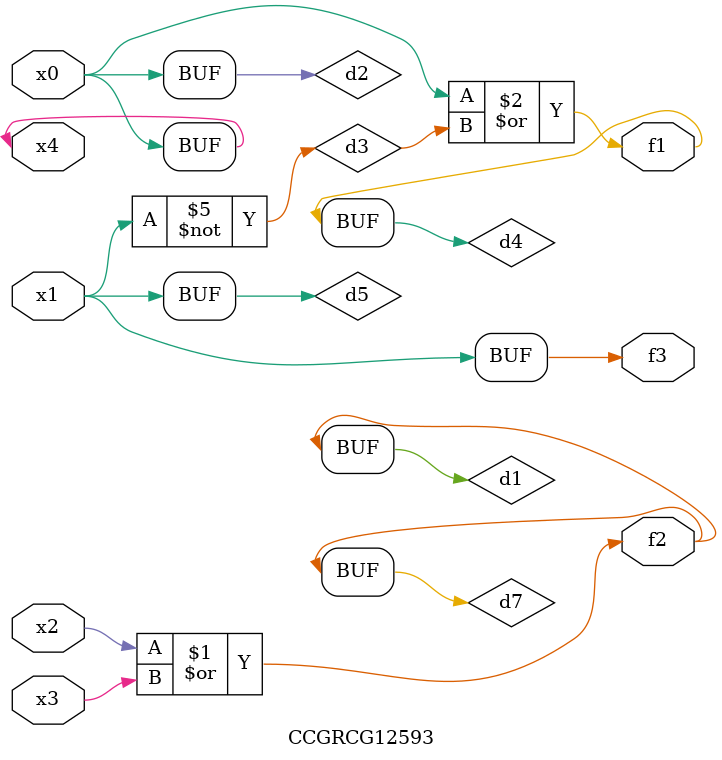
<source format=v>
module CCGRCG12593(
	input x0, x1, x2, x3, x4,
	output f1, f2, f3
);

	wire d1, d2, d3, d4, d5, d6, d7;

	or (d1, x2, x3);
	buf (d2, x0, x4);
	not (d3, x1);
	or (d4, d2, d3);
	not (d5, d3);
	nand (d6, d1, d3);
	or (d7, d1);
	assign f1 = d4;
	assign f2 = d7;
	assign f3 = d5;
endmodule

</source>
